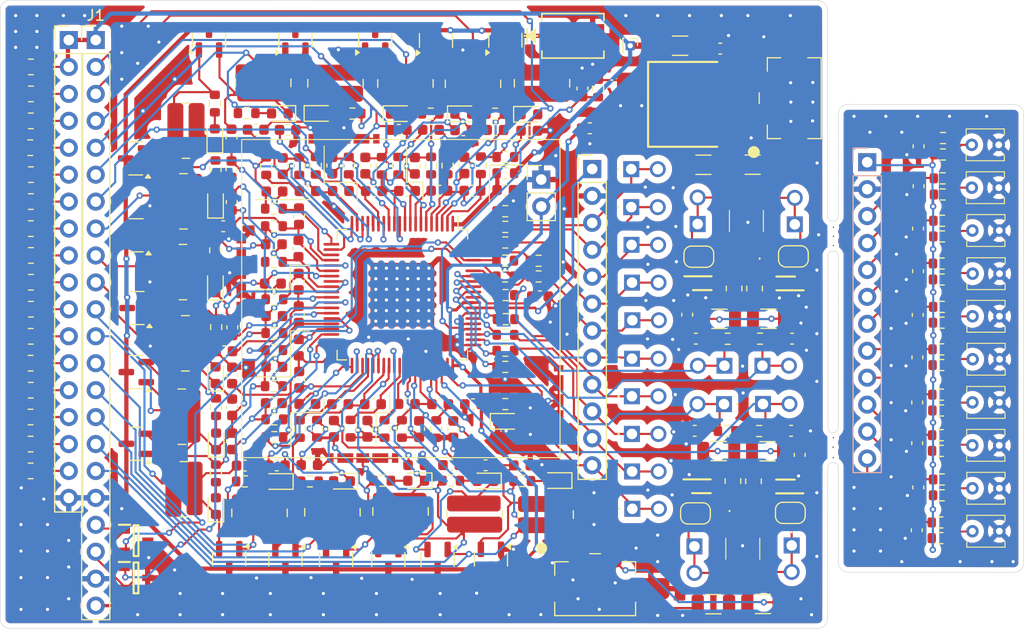
<source format=kicad_pcb>
(kicad_pcb
	(version 20240108)
	(generator "pcbnew")
	(generator_version "8.0")
	(general
		(thickness 1.6)
		(legacy_teardrops no)
	)
	(paper "A4")
	(layers
		(0 "F.Cu" signal)
		(1 "In1.Cu" signal)
		(2 "In2.Cu" signal)
		(31 "B.Cu" signal)
		(32 "B.Adhes" user "B.Adhesive")
		(33 "F.Adhes" user "F.Adhesive")
		(34 "B.Paste" user)
		(35 "F.Paste" user)
		(36 "B.SilkS" user "B.Silkscreen")
		(37 "F.SilkS" user "F.Silkscreen")
		(38 "B.Mask" user)
		(39 "F.Mask" user)
		(40 "Dwgs.User" user "User.Drawings")
		(41 "Cmts.User" user "User.Comments")
		(42 "Eco1.User" user "User.Eco1")
		(43 "Eco2.User" user "User.Eco2")
		(44 "Edge.Cuts" user)
		(45 "Margin" user)
		(46 "B.CrtYd" user "B.Courtyard")
		(47 "F.CrtYd" user "F.Courtyard")
		(48 "B.Fab" user)
		(49 "F.Fab" user)
		(50 "User.1" user)
		(51 "User.2" user)
		(52 "User.3" user)
		(53 "User.4" user)
		(54 "User.5" user)
		(55 "User.6" user)
		(56 "User.7" user)
		(57 "User.8" user)
		(58 "User.9" user)
	)
	(setup
		(stackup
			(layer "F.SilkS"
				(type "Top Silk Screen")
			)
			(layer "F.Paste"
				(type "Top Solder Paste")
			)
			(layer "F.Mask"
				(type "Top Solder Mask")
				(thickness 0.01)
			)
			(layer "F.Cu"
				(type "copper")
				(thickness 0.035)
			)
			(layer "dielectric 1"
				(type "prepreg")
				(thickness 0.1)
				(material "FR4")
				(epsilon_r 4.5)
				(loss_tangent 0.02)
			)
			(layer "In1.Cu"
				(type "copper")
				(thickness 0.035)
			)
			(layer "dielectric 2"
				(type "core")
				(thickness 1.24)
				(material "FR4")
				(epsilon_r 4.5)
				(loss_tangent 0.02)
			)
			(layer "In2.Cu"
				(type "copper")
				(thickness 0.035)
			)
			(layer "dielectric 3"
				(type "prepreg")
				(thickness 0.1)
				(material "FR4")
				(epsilon_r 4.5)
				(loss_tangent 0.02)
			)
			(layer "B.Cu"
				(type "copper")
				(thickness 0.035)
			)
			(layer "B.Mask"
				(type "Bottom Solder Mask")
				(thickness 0.01)
			)
			(layer "B.Paste"
				(type "Bottom Solder Paste")
			)
			(layer "B.SilkS"
				(type "Bottom Silk Screen")
			)
			(copper_finish "None")
			(dielectric_constraints no)
		)
		(pad_to_mask_clearance 0)
		(allow_soldermask_bridges_in_footprints no)
		(pcbplotparams
			(layerselection 0x00010fc_ffffffff)
			(plot_on_all_layers_selection 0x0000000_00000000)
			(disableapertmacros no)
			(usegerberextensions no)
			(usegerberattributes yes)
			(usegerberadvancedattributes yes)
			(creategerberjobfile yes)
			(dashed_line_dash_ratio 12.000000)
			(dashed_line_gap_ratio 3.000000)
			(svgprecision 4)
			(plotframeref no)
			(viasonmask no)
			(mode 1)
			(useauxorigin no)
			(hpglpennumber 1)
			(hpglpenspeed 20)
			(hpglpendiameter 15.000000)
			(pdf_front_fp_property_popups yes)
			(pdf_back_fp_property_popups yes)
			(dxfpolygonmode yes)
			(dxfimperialunits yes)
			(dxfusepcbnewfont yes)
			(psnegative no)
			(psa4output no)
			(plotreference yes)
			(plotvalue yes)
			(plotfptext yes)
			(plotinvisibletext no)
			(sketchpadsonfab no)
			(subtractmaskfromsilk no)
			(outputformat 1)
			(mirror no)
			(drillshape 0)
			(scaleselection 1)
			(outputdirectory "gerber/")
		)
	)
	(net 0 "")
	(net 1 "/FilterBalancingNetwork/CB")
	(net 2 "/FilterBalancingNetwork/CB:A")
	(net 3 "/FilterBalancingNetwork/CA")
	(net 4 "/Cell 15{slash}16")
	(net 5 "/S16P")
	(net 6 "/Cell 15{slash}14")
	(net 7 "/S15P")
	(net 8 "/FilterBalancingNetwork1/CB:A")
	(net 9 "/FilterBalancingNetwork1/CB")
	(net 10 "/FilterBalancingNetwork1/CA")
	(net 11 "/Cell 14{slash}13")
	(net 12 "/S14P")
	(net 13 "/Cell 13{slash}12")
	(net 14 "/S13P")
	(net 15 "/FilterBalancingNetwork2/CB:A")
	(net 16 "/FilterBalancingNetwork2/CB")
	(net 17 "/FilterBalancingNetwork2/CA")
	(net 18 "/Cell 12{slash}11")
	(net 19 "/S12P")
	(net 20 "/S11P")
	(net 21 "/Cell 11{slash}10")
	(net 22 "/FilterBalancingNetwork3/CB:A")
	(net 23 "/FilterBalancingNetwork3/CB")
	(net 24 "/FilterBalancingNetwork3/CA")
	(net 25 "/S10P")
	(net 26 "/Cell 10{slash}9")
	(net 27 "/S9P")
	(net 28 "/Cell 9{slash}8")
	(net 29 "/FilterBalancingNetwork4/CB:A")
	(net 30 "/FilterBalancingNetwork4/CB")
	(net 31 "/FilterBalancingNetwork4/CA")
	(net 32 "/S8P")
	(net 33 "/Cell 8{slash}7")
	(net 34 "/Cell 7{slash}6")
	(net 35 "/S7P")
	(net 36 "/FilterBalancingNetwork5/CB:A")
	(net 37 "/FilterBalancingNetwork5/CB")
	(net 38 "/FilterBalancingNetwork5/CA")
	(net 39 "/S6P")
	(net 40 "/Cell 6{slash}5")
	(net 41 "/Cell 5{slash}4")
	(net 42 "/S5P")
	(net 43 "/FilterBalancingNetwork6/CB")
	(net 44 "/FilterBalancingNetwork6/CB:A")
	(net 45 "/FilterBalancingNetwork6/CA")
	(net 46 "/S4P")
	(net 47 "/Cell 4{slash}3")
	(net 48 "/S3P")
	(net 49 "/FilterBalancingNetwork7/CB:A")
	(net 50 "/FilterBalancingNetwork7/CB")
	(net 51 "/FilterBalancingNetwork7/CA")
	(net 52 "/S2P")
	(net 53 "GND")
	(net 54 "/S1P")
	(net 55 "Net-(U1-V+)")
	(net 56 "Net-(U1-DRIVE)")
	(net 57 "Net-(U1-VREF1)")
	(net 58 "+5V")
	(net 59 "Net-(Q1-C)")
	(net 60 "Net-(U1-IPB)")
	(net 61 "Net-(U1-CSB(IMA))")
	(net 62 "Net-(U1-IMB)")
	(net 63 "Net-(U1-SCK(IPA))")
	(net 64 "Net-(C11-Pad2)")
	(net 65 "Net-(C12-Pad2)")
	(net 66 "Net-(J10-Pin_1)")
	(net 67 "Clamp")
	(net 68 "Net-(J11-Pin_1)")
	(net 69 "Net-(D4-A2)")
	(net 70 "Net-(D5-A2)")
	(net 71 "Net-(D6-A2)")
	(net 72 "Net-(D7-A2)")
	(net 73 "Net-(D18-A)")
	(net 74 "Net-(D21-A)")
	(net 75 "Net-(D22-A)")
	(net 76 "Net-(D8-A)")
	(net 77 "Net-(D9-A)")
	(net 78 "Net-(D10-A)")
	(net 79 "Net-(D25-A)")
	(net 80 "Net-(D26-A)")
	(net 81 "Net-(D13-A)")
	(net 82 "Net-(D14-A)")
	(net 83 "Net-(D29-A)")
	(net 84 "Net-(D30-A)")
	(net 85 "Net-(D17-A)")
	(net 86 "Net-(Q1-E)")
	(net 87 "Net-(Q1-B)")
	(net 88 "VBUS")
	(net 89 "Net-(D33-A)")
	(net 90 "Net-(D34-A)")
	(net 91 "Net-(D37-A)")
	(net 92 "Net-(D38-A)")
	(net 93 "Net-(J5-Pin_9)")
	(net 94 "Net-(J5-Pin_8)")
	(net 95 "/TMP_SDA")
	(net 96 "Net-(J5-Pin_3)")
	(net 97 "/TMP_SCL")
	(net 98 "Net-(J5-Pin_4)")
	(net 99 "Net-(J5-Pin_10)")
	(net 100 "Net-(J5-Pin_5)")
	(net 101 "Net-(J5-Pin_7)")
	(net 102 "Net-(J5-Pin_6)")
	(net 103 "Net-(U1-GPIO1)")
	(net 104 "Net-(U1-GPIO2)")
	(net 105 "Net-(U1-GPIO3)")
	(net 106 "Net-(U1-GPIO6)")
	(net 107 "Net-(U1-GPIO7)")
	(net 108 "Net-(U1-GPIO8)")
	(net 109 "Net-(U1-GPIO9)")
	(net 110 "Net-(U1-GPIO10)")
	(net 111 "Net-(R87-Pad2)")
	(net 112 "/NTC/V_out_1")
	(net 113 "/NTC/V_out_5")
	(net 114 "/NTC/V_out_2")
	(net 115 "/NTC/V_out_6")
	(net 116 "/NTC/V_out_3")
	(net 117 "/NTC/V_out_7")
	(net 118 "/NTC/V_out_4")
	(net 119 "/NTC/V_out_8")
	(net 120 "/NTC/V_out_9")
	(net 121 "/NTC/V_out_10")
	(net 122 "Net-(JP4-B)")
	(net 123 "Net-(JP1-B)")
	(net 124 "Net-(JP3-B)")
	(net 125 "Net-(JP2-B)")
	(net 126 "Net-(JP4-A)")
	(net 127 "Net-(JP1-A)")
	(net 128 "Net-(JP2-A)")
	(net 129 "Net-(JP3-A)")
	(net 130 "Net-(R85-Pad2)")
	(net 131 "Net-(R86-Pad2)")
	(net 132 "Net-(R88-Pad2)")
	(net 133 "Net-(R93-Pad2)")
	(net 134 "Net-(R95-Pad2)")
	(net 135 "Net-(R94-Pad2)")
	(net 136 "Net-(R102-Pad2)")
	(net 137 "Net-(R100-Pad1)")
	(net 138 "Net-(R101-Pad2)")
	(net 139 "unconnected-(U1-NC-Pad66)")
	(net 140 "GND1")
	(net 141 "+5V_NTC")
	(net 142 "Net-(J5-Pin_11)")
	(net 143 "Net-(J5-Pin_12)")
	(net 144 "/C 3{slash}2")
	(net 145 "/Cell 3{slash}2")
	(net 146 "/Cell 2{slash}1")
	(net 147 "/C 5{slash}4")
	(net 148 "/C 7{slash}6")
	(net 149 "/C 13{slash}12")
	(net 150 "/C 14{slash}13")
	(net 151 "/C 11{slash}10")
	(net 152 "/C 15{slash}14")
	(net 153 "/C 4{slash}3")
	(net 154 "/C 9{slash}8")
	(net 155 "/C 6{slash}5")
	(net 156 "/C 8{slash}7")
	(net 157 "/C 12{slash}11")
	(net 158 "/C 15{slash}16")
	(net 159 "/C 10{slash}9")
	(net 160 "/Cell 16")
	(net 161 "/C 2{slash}1")
	(net 162 "+5V_ref2")
	(net 163 "Net-(J11-Pin_3)")
	(net 164 "Net-(J10-Pin_3)")
	(footprint "Resistor_SMD:R_0603_1608Metric" (layer "F.Cu") (at 112.27 75.8 -90))
	(footprint "Resistor_SMD:R_0805_2012Metric" (layer "F.Cu") (at 161.2 93.24 90))
	(footprint "Resistor_SMD:R_0805_2012Metric" (layer "F.Cu") (at 94.91 110.44))
	(footprint "Capacitor_SMD:C_0603_1608Metric" (layer "F.Cu") (at 167.38 108.93 90))
	(footprint "Capacitor_SMD:C_0603_1608Metric" (layer "F.Cu") (at 178.585 79.83 -90))
	(footprint "Connector_PinHeader_2.54mm:PinHeader_1x22_P2.54mm_Vertical" (layer "F.Cu") (at 101.0475 69.805))
	(footprint "Resistor_SMD:R_0603_1608Metric" (layer "F.Cu") (at 117.88 105.58))
	(footprint "Resistor_SMD:R_1206_3216Metric" (layer "F.Cu") (at 156.11 70.34))
	(footprint "Slave:5025" (layer "F.Cu") (at 151.57 103.405))
	(footprint "Slave:Balancing" (layer "F.Cu") (at 122.8 114.34 90))
	(footprint "LED_SMD:LED_0603_1608Metric" (layer "F.Cu") (at 139.71 105.77))
	(footprint "Slave:SMBJ75A-13-F" (layer "F.Cu") (at 146.01 69.41))
	(footprint "Capacitor_SMD:C_0603_1608Metric" (layer "F.Cu") (at 178.535 91.61 -90))
	(footprint "Slave:5025" (layer "F.Cu") (at 160.29 100.52 180))
	(footprint "Capacitor_SMD:C_0603_1608Metric" (layer "F.Cu") (at 130.38 84.04 180))
	(footprint "Resistor_SMD:R_0603_1608Metric" (layer "F.Cu") (at 124.89 81.65 -90))
	(footprint "Slave:Balancing" (layer "F.Cu") (at 115.93 114.4 90))
	(footprint "Slave:5025" (layer "F.Cu") (at 151.59 110.495))
	(footprint "Slave:5025" (layer "F.Cu") (at 151.54 89.125))
	(footprint "Package_TO_SOT_SMD:SOT-23" (layer "F.Cu") (at 133.11 69.85 90))
	(footprint "Resistor_SMD:R_0805_2012Metric" (layer "F.Cu") (at 94.93 87.59))
	(footprint "Resistor_SMD:R_0603_1608Metric" (layer "F.Cu") (at 180.885 79.05 180))
	(footprint "Resistor_SMD:R_0603_1608Metric" (layer "F.Cu") (at 117.89 94.26))
	(footprint "Resistor_SMD:R_0805_2012Metric" (layer "F.Cu") (at 94.92 102.83))
	(footprint "Slave:NTCLE203E3103JB0" (layer "F.Cu") (at 183.595 79.69))
	(footprint "Resistor_SMD:R_0603_1608Metric" (layer "F.Cu") (at 160.5 106.68))
	(footprint "Package_TO_SOT_SMD:SOT-23" (layer "F.Cu") (at 138.29 118.77 -90))
	(footprint "Resistor_SMD:R_0603_1608Metric" (layer "F.Cu") (at 139.68 96.13))
	(footprint "LED_SMD:LED_0603_1608Metric" (layer "F.Cu") (at 144.435001 111.349998 180))
	(footprint "Jumper:SolderJumper-2_P1.3mm_Open_RoundedPad1.0x1.5mm" (layer "F.Cu") (at 157.56 114.45 180))
	(footprint "Resistor_SMD:R_0603_1608Metric" (layer "F.Cu") (at 112.31 89.64 -90))
	(footprint "Resistor_SMD:R_0603_1608Metric" (layer "F.Cu") (at 139.64 85.95))
	(footprint "Inductor_SMD:L_0603_1608Metric" (layer "F.Cu") (at 147.61 78.13 180))
	(footprint "LED_SMD:LED_0603_1608Metric" (layer "F.Cu") (at 112.37 113.76 90))
	(footprint "Package_TO_SOT_SMD:SOT-23" (layer "F.Cu") (at 119.86 69.82 90))
	(footprint "Capacitor_SMD:C_0603_1608Metric" (layer "F.Cu") (at 127.26 84.05 180))
	(footprint "Resistor_SMD:R_0603_1608Metric" (layer "F.Cu") (at 112.33 81.99 -90))
	(footprint "Capacitor_SMD:C_0603_1608Metric" (layer "F.Cu") (at 113.06 87.37 180))
	(footprint "Capacitor_SMD:C_1206_3216Metric"
		(layer "F.Cu")
		(uuid "2a3e99d7-2a68-4a1d-ae24-47d06b1c5f10")
		(at 159.25 123.01 180)
		(descr "Capacitor SMD 1206 (3216 Metric), square (rectangular) end terminal, IPC_7351 nominal, (Body size source: IPC-SM-782 page 76, https://www.pcb-3d.com/wordpress/wp-content/uploads/ipc-sm-782a_amendment_1_and_2.pdf), generated with kicad-footprint-generator")
		(tags "capacitor")
		(property "Reference" "C16"
			(at 4.17 0 0)
			(layer "F.SilkS")
			(hide yes)
			(uuid "4e68dc27-4470-4ca9-a6df-2d1f5b8ffbee")
			(effects
				(font
					(size 1 1)
					(thickness 0.15)
				)
			)
		)
		(property "Value" "22n"
			(at 0 1.85 180)
			(layer "F.Fab")
			(hide yes)
			(uuid "a5c37554-1339-460c-84de-933ff46b48e1")
			(effects
				(font
					(size 1 1)
					(thickness 0.15)
				)
			)
		)
		(property "Footprint" "Capacitor_SMD:C_1206_3216Metric"
			(at 0 0 180)
			(unlocked yes)
			(layer "F.Fab")
			(hide yes)
			(uuid "21e84e95-7e1b-44cc-bfd6-92247417b325")
			(effects
				(font
					(size 1.27 1.27)
				)
			)
		)
		(property "Datasheet" ""
			(at 0 0 180)
			(unlocked yes)
			(layer "F.Fab")
			(hide yes)
			(uuid "43ab8ee8-79c5-4348-bc2b-5f4d50f58d7f")
			(effects
				(font
					(size 1.27 1.27)
				)
			)
		)
		(property "Description" "Unpolarized capacitor"
			(at 0 0 180)
			(unlocked yes)
			(layer "F.Fab")
			(hide yes)
			(uuid "333b5c61-7f86-4c53-afb2-9de004ac0c9e")
			(effects
				(font
	
... [3085886 chars truncated]
</source>
